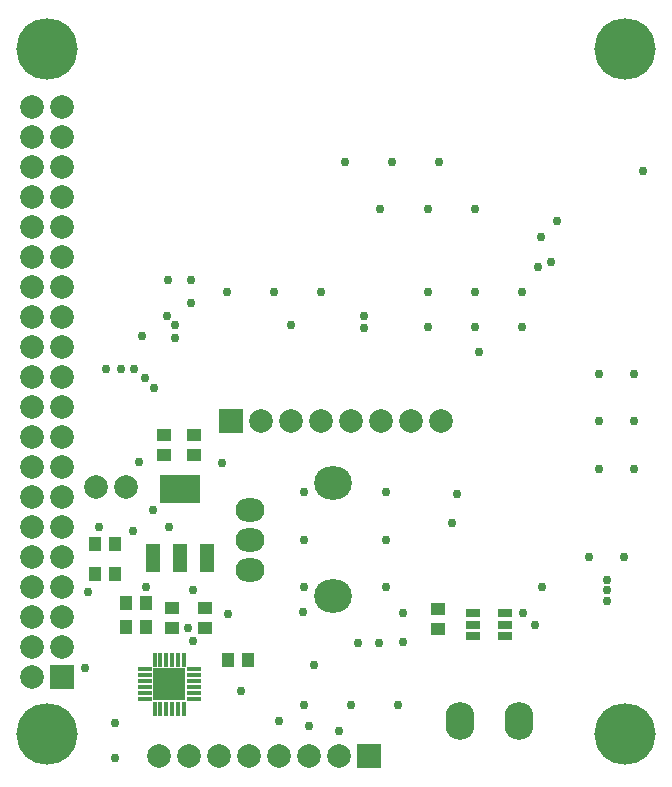
<source format=gbs>
G04*
G04 #@! TF.GenerationSoftware,Altium Limited,CircuitStudio,1.5.2 (30)*
G04*
G04 Layer_Color=8150272*
%FSLAX25Y25*%
%MOIN*%
G70*
G01*
G75*
%ADD45R,0.04343X0.04737*%
%ADD52R,0.04737X0.04343*%
%ADD54C,0.07887*%
%ADD55R,0.07887X0.07887*%
%ADD56O,0.09658X0.07887*%
%ADD57O,0.12611X0.11036*%
%ADD58C,0.20485*%
%ADD59O,0.09658X0.12611*%
%ADD60R,0.07887X0.07887*%
%ADD61C,0.03000*%
%ADD62R,0.10642X0.10642*%
%ADD63R,0.01784X0.04934*%
%ADD64R,0.04934X0.01784*%
%ADD65R,0.04934X0.03162*%
%ADD66R,0.13595X0.09265*%
%ADD67R,0.04737X0.09265*%
D45*
X179063Y187315D02*
D03*
X185756D02*
D03*
X213063Y176484D02*
D03*
X219756D02*
D03*
X168717Y204953D02*
D03*
X175409D02*
D03*
Y214953D02*
D03*
X168717D02*
D03*
X179063Y195315D02*
D03*
X185756D02*
D03*
D52*
X194409Y186969D02*
D03*
Y193661D02*
D03*
X205410Y186969D02*
D03*
Y193661D02*
D03*
X283000Y186843D02*
D03*
Y193535D02*
D03*
X191803Y251402D02*
D03*
Y244709D02*
D03*
X201803D02*
D03*
Y251402D02*
D03*
D54*
X147559Y360748D02*
D03*
Y350748D02*
D03*
Y340748D02*
D03*
Y330748D02*
D03*
Y320748D02*
D03*
Y310748D02*
D03*
X157559Y360748D02*
D03*
Y350748D02*
D03*
Y340748D02*
D03*
Y330748D02*
D03*
Y320748D02*
D03*
Y310748D02*
D03*
X147559Y300748D02*
D03*
X157559D02*
D03*
X147559Y290748D02*
D03*
Y280748D02*
D03*
Y270748D02*
D03*
Y260748D02*
D03*
Y250748D02*
D03*
Y240748D02*
D03*
X157559Y290748D02*
D03*
Y280748D02*
D03*
Y270748D02*
D03*
Y260748D02*
D03*
Y250748D02*
D03*
Y240748D02*
D03*
X147559Y230748D02*
D03*
X157559D02*
D03*
X147559Y220748D02*
D03*
Y210748D02*
D03*
Y200748D02*
D03*
Y190748D02*
D03*
Y180748D02*
D03*
X157559Y220748D02*
D03*
Y210748D02*
D03*
Y200748D02*
D03*
Y190748D02*
D03*
Y180748D02*
D03*
X147559Y170748D02*
D03*
X168858Y234173D02*
D03*
X178858D02*
D03*
X284015Y255905D02*
D03*
X274015D02*
D03*
X264015D02*
D03*
X224015D02*
D03*
X234015D02*
D03*
X244015D02*
D03*
X254015D02*
D03*
X190000Y144252D02*
D03*
X200000D02*
D03*
X210000D02*
D03*
X220000D02*
D03*
X230000D02*
D03*
X240000D02*
D03*
X250000D02*
D03*
D55*
X157559Y170748D02*
D03*
X214015Y255905D02*
D03*
D56*
X220472Y216535D02*
D03*
Y226535D02*
D03*
Y206535D02*
D03*
D57*
X248031Y235433D02*
D03*
Y197638D02*
D03*
D58*
X152559Y379921D02*
D03*
X345472Y379921D02*
D03*
Y151575D02*
D03*
X152559Y151575D02*
D03*
D59*
X290158Y156189D02*
D03*
X309842D02*
D03*
D60*
X260000Y144252D02*
D03*
D61*
X238189Y232283D02*
D03*
Y216535D02*
D03*
Y200787D02*
D03*
X175197Y155512D02*
D03*
Y143701D02*
D03*
X265748Y200787D02*
D03*
Y216535D02*
D03*
Y232283D02*
D03*
X238189Y161417D02*
D03*
X253937D02*
D03*
X269685D02*
D03*
X336614Y240158D02*
D03*
Y255906D02*
D03*
Y271654D02*
D03*
X348425Y240158D02*
D03*
Y255906D02*
D03*
Y271654D02*
D03*
X170079Y220866D02*
D03*
X212598Y299213D02*
D03*
X228346D02*
D03*
X244094D02*
D03*
X311024Y287402D02*
D03*
X295276D02*
D03*
X279528D02*
D03*
X311024Y299213D02*
D03*
X295276D02*
D03*
X279528D02*
D03*
X263779Y326772D02*
D03*
X279528D02*
D03*
X295276D02*
D03*
X283465Y342520D02*
D03*
X267717D02*
D03*
X251969D02*
D03*
X200787Y295276D02*
D03*
Y303150D02*
D03*
X192913D02*
D03*
X192638Y291102D02*
D03*
X193150Y220709D02*
D03*
X201181Y199646D02*
D03*
X181417Y219409D02*
D03*
X213063Y191693D02*
D03*
X188031Y226339D02*
D03*
X183189Y242480D02*
D03*
X185433Y270394D02*
D03*
X184449Y284488D02*
D03*
X296654Y279016D02*
D03*
X351378Y339291D02*
D03*
X172362Y273425D02*
D03*
X181496D02*
D03*
X316181Y307480D02*
D03*
X317284Y317441D02*
D03*
X322598Y322677D02*
D03*
X320590Y309213D02*
D03*
X177165Y273425D02*
D03*
X195394Y283819D02*
D03*
X258386Y286929D02*
D03*
X234016Y288032D02*
D03*
X195315D02*
D03*
X258150Y291102D02*
D03*
X211063Y242205D02*
D03*
X190260Y168315D02*
D03*
X193409D02*
D03*
X196559D02*
D03*
X256457Y182087D02*
D03*
X237874Y192323D02*
D03*
X217165Y165945D02*
D03*
X263150Y182008D02*
D03*
X230000Y155984D02*
D03*
X240000Y154409D02*
D03*
X250000Y152717D02*
D03*
X317677Y200827D02*
D03*
X271220Y192047D02*
D03*
Y182362D02*
D03*
X315394Y188150D02*
D03*
X311260Y191969D02*
D03*
X345016Y210693D02*
D03*
X333307Y210709D02*
D03*
X289370Y231693D02*
D03*
X287717Y222008D02*
D03*
X188347Y267047D02*
D03*
X166181Y199094D02*
D03*
X165197Y173819D02*
D03*
X201315Y182874D02*
D03*
X199606Y186969D02*
D03*
X185748Y200591D02*
D03*
X241811Y174787D02*
D03*
X339150Y196224D02*
D03*
Y199724D02*
D03*
Y203224D02*
D03*
D62*
X193409Y168315D02*
D03*
D63*
X198331Y176484D02*
D03*
X196362D02*
D03*
X194394D02*
D03*
X192425D02*
D03*
X190457D02*
D03*
X188488D02*
D03*
Y160146D02*
D03*
X190457D02*
D03*
X192425D02*
D03*
X194394D02*
D03*
X196362D02*
D03*
X198331D02*
D03*
D64*
X185240Y173236D02*
D03*
Y171268D02*
D03*
Y169299D02*
D03*
Y167331D02*
D03*
Y165362D02*
D03*
Y163394D02*
D03*
X201579D02*
D03*
Y165362D02*
D03*
Y167331D02*
D03*
Y169299D02*
D03*
Y171268D02*
D03*
Y173236D02*
D03*
D65*
X305217Y184449D02*
D03*
Y188189D02*
D03*
Y191929D02*
D03*
X294783D02*
D03*
Y188189D02*
D03*
Y184449D02*
D03*
D66*
X197063Y233469D02*
D03*
D67*
X188008Y210437D02*
D03*
X197063D02*
D03*
X206118D02*
D03*
M02*

</source>
